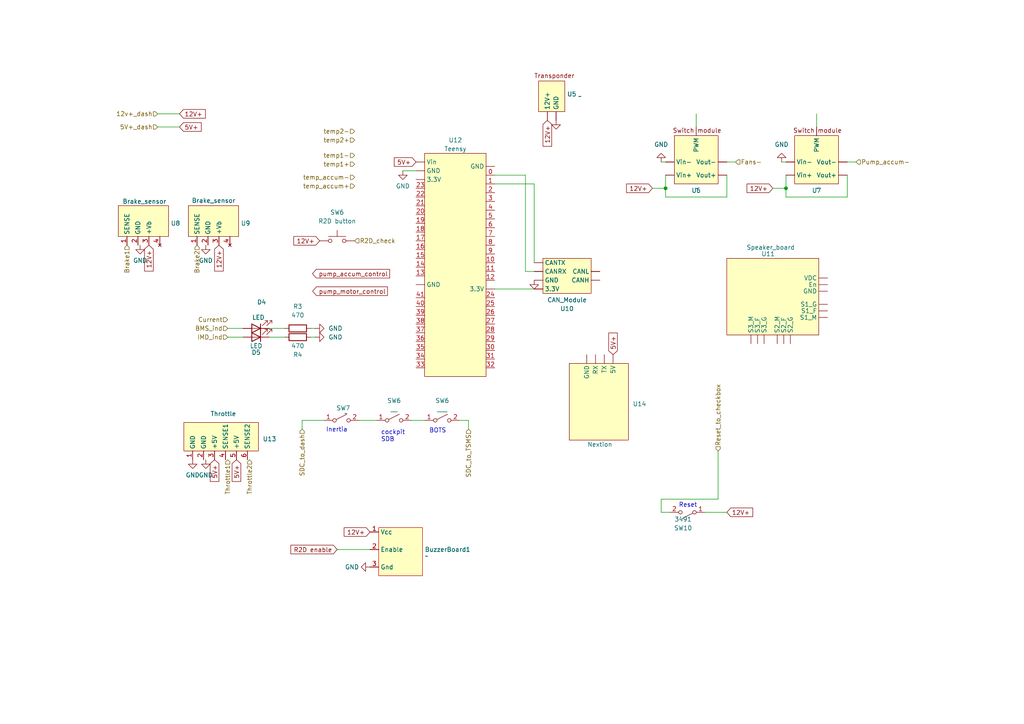
<source format=kicad_sch>
(kicad_sch (version 20231120) (generator "eeschema") (generator_version "8.0")
  (paper "A4")
  (lib_symbols
    (symbol "Device:LED" (pin_numbers hide) (pin_names (offset 1.016) hide)
      (property "Reference" "D" (at 0 2.54 0))
      (property "Value" "LED" (at 0 -2.54 0))
      (symbol "LED_0_1"
        (polyline (pts (xy -1.27 -1.27) (xy -1.27 1.27)) (stroke (width 0.254)))
        (polyline (pts (xy -1.27 0) (xy 1.27 0)))
        (polyline (pts (xy 1.27 -1.27) (xy 1.27 1.27) (xy -1.27 0) (xy 1.27 -1.27)) (stroke (width 0.254)))
        (polyline (pts (xy -3.048 -0.762) (xy -4.572 -2.286) (xy -3.81 -2.286) (xy -4.572 -2.286) (xy -4.572 -1.524)))
        (polyline (pts (xy -1.778 -0.762) (xy -3.302 -2.286) (xy -2.54 -2.286) (xy -3.302 -2.286) (xy -3.302 -1.524)))
      )
      (symbol "LED_1_1"
        (pin passive line (at -3.81 0 0) (length 2.54) (name "K") (number "1"))
        (pin passive line (at 3.81 0 180) (length 2.54) (name "A") (number "2"))
      )
    )
    (symbol "Device:R" (pin_numbers hide) (pin_names (offset 0))
      (property "Reference" "R" (at 2.032 0 90))
      (property "Value" "R" (at 0 0 90))
      (symbol "R_0_1"
        (rectangle (start -1.016 -2.54) (end 1.016 2.54) (stroke (width 0.254)))
      )
      (symbol "R_1_1"
        (pin passive line (at 0 3.81 270) (length 1.27) (name "~") (number "1"))
        (pin passive line (at 0 -3.81 90) (length 1.27) (name "~") (number "2"))
      )
    )
    (symbol "FSAE:CAN_Module"
      (property "Reference" "U" (at 0 0 0))
      (property "Value" "CAN_Module" (at 0 -2.54 0))
      (symbol "CAN_Module_0_1"
        (rectangle (start -6.35 11.43) (end 7.62 1.27) (fill (type background)))
      )
      (symbol "CAN_Module_1_1"
        (pin power_in line (at -8.89 10.16 0) (length 2.54) (name "3.3V") (number ""))
        (pin bidirectional line (at 10.16 7.62 180) (length 2.54) (name "CANH") (number ""))
        (pin bidirectional line (at 10.16 5.08 180) (length 2.54) (name "CANL") (number ""))
        (pin bidirectional line (at -8.89 5.08 0) (length 2.54) (name "CANRX") (number ""))
        (pin bidirectional line (at -8.89 2.54 0) (length 2.54) (name "CANTX") (number ""))
        (pin bidirectional line (at -8.89 7.62 0) (length 2.54) (name "GND") (number ""))
      )
    )
    (symbol "FSAE:Nextion"
      (property "Reference" "U" (at 0 0 0))
      (symbol "Nextion_0_1"
        (rectangle (start -8.89 23.495) (end 8.255 1.27) (fill (type background)))
      )
      (symbol "Nextion_1_1"
        (pin input line (at 3.81 26.035 270) (length 2.54) (name "5V") (number ""))
        (pin bidirectional line (at -3.81 26.035 270) (length 2.54) (name "GND") (number ""))
        (pin input line (at -1.27 26.035 270) (length 2.54) (name "RX") (number ""))
        (pin output line (at 1.27 26.035 270) (length 2.54) (name "TX") (number ""))
      )
    )
    (symbol "FSAE:Teensy"
      (property "Reference" "U" (at 0 -8.89 0))
      (property "Value" "Teensy" (at 0 -10.16 0))
      (symbol "Teensy_0_1"
        (rectangle (start -8.89 57.15) (end 8.89 -7.62) (fill (type background)))
      )
      (symbol "Teensy_1_1"
        (pin power_out line (at -11.43 17.78 0) (length 2.54) (name "3.3V") (number ""))
        (pin power_out line (at 11.43 49.53 180) (length 2.54) (name "3.3V") (number ""))
        (pin bidirectional line (at -11.43 53.34 0) (length 2.54) (name "GND") (number ""))
        (pin bidirectional line (at 11.43 19.05 180) (length 2.54) (name "GND") (number ""))
        (pin bidirectional line (at 11.43 52.07 180) (length 2.54) (name "GND") (number ""))
        (pin power_in line (at 11.43 54.61 180) (length 2.54) (name "Vin") (number ""))
        (pin bidirectional line (at -11.43 50.8 0) (length 2.54) (name "") (number "0"))
        (pin bidirectional line (at -11.43 48.26 0) (length 2.54) (name "") (number "1"))
        (pin bidirectional line (at -11.43 25.4 0) (length 2.54) (name "") (number "10"))
        (pin bidirectional line (at -11.43 22.86 0) (length 2.54) (name "") (number "11"))
        (pin bidirectional line (at -11.43 20.32 0) (length 2.54) (name "") (number "12"))
        (pin bidirectional line (at 11.43 21.59 180) (length 2.54) (name "") (number "13"))
        (pin bidirectional line (at 11.43 24.13 180) (length 2.54) (name "") (number "14"))
        (pin bidirectional line (at 11.43 26.67 180) (length 2.54) (name "") (number "15"))
        (pin bidirectional line (at 11.43 29.21 180) (length 2.54) (name "") (number "16"))
        (pin bidirectional line (at 11.43 31.75 180) (length 2.54) (name "") (number "17"))
        (pin bidirectional line (at 11.43 34.29 180) (length 2.54) (name "") (number "18"))
        (pin bidirectional line (at 11.43 36.83 180) (length 2.54) (name "") (number "19"))
        (pin bidirectional line (at -11.43 45.72 0) (length 2.54) (name "") (number "2"))
        (pin bidirectional line (at 11.43 39.37 180) (length 2.54) (name "") (number "20"))
        (pin bidirectional line (at 11.43 41.91 180) (length 2.54) (name "") (number "21"))
        (pin bidirectional line (at 11.43 44.45 180) (length 2.54) (name "") (number "22"))
        (pin bidirectional line (at 11.43 46.99 180) (length 2.54) (name "") (number "23"))
        (pin bidirectional line (at -11.43 15.24 0) (length 2.54) (name "") (number "24"))
        (pin bidirectional line (at -11.43 12.7 0) (length 2.54) (name "") (number "25"))
        (pin bidirectional line (at -11.43 10.16 0) (length 2.54) (name "") (number "26"))
        (pin bidirectional line (at -11.43 7.62 0) (length 2.54) (name "") (number "27"))
        (pin bidirectional line (at -11.43 5.08 0) (length 2.54) (name "") (number "28"))
        (pin bidirectional line (at -11.43 2.54 0) (length 2.54) (name "") (number "29"))
        (pin bidirectional line (at -11.43 43.18 0) (length 2.54) (name "") (number "3"))
        (pin bidirectional line (at -11.43 0 0) (length 2.54) (name "") (number "30"))
        (pin bidirectional line (at -11.43 -2.54 0) (length 2.54) (name "") (number "31"))
        (pin bidirectional line (at -11.43 -5.08 0) (length 2.54) (name "") (number "32"))
        (pin bidirectional line (at 11.43 -5.08 180) (length 2.54) (name "") (number "33"))
        (pin bidirectional line (at 11.43 -2.54 180) (length 2.54) (name "") (number "34"))
        (pin bidirectional line (at 11.43 0 180) (length 2.54) (name "") (number "35"))
        (pin bidirectional line (at 11.43 2.54 180) (length 2.54) (name "") (number "36"))
        (pin bidirectional line (at 11.43 5.08 180) (length 2.54) (name "") (number "37"))
        (pin bidirectional line (at 11.43 7.62 180) (length 2.54) (name "") (number "38"))
        (pin bidirectional line (at 11.43 10.16 180) (length 2.54) (name "") (number "39"))
        (pin bidirectional line (at -11.43 40.64 0) (length 2.54) (name "") (number "4"))
        (pin bidirectional line (at 11.43 12.7 180) (length 2.54) (name "") (number "40"))
        (pin bidirectional line (at 11.43 15.24 180) (length 2.54) (name "") (number "41"))
        (pin bidirectional line (at -11.43 38.1 0) (length 2.54) (name "") (number "5"))
        (pin bidirectional line (at -11.43 35.56 0) (length 2.54) (name "") (number "6"))
        (pin bidirectional line (at -11.43 33.02 0) (length 2.54) (name "") (number "7"))
        (pin bidirectional line (at -11.43 30.48 0) (length 2.54) (name "") (number "8"))
        (pin bidirectional line (at -11.43 27.94 0) (length 2.54) (name "") (number "9"))
      )
    )
    (symbol "FSAE:Transponder"
      (property "Reference" "U" (at 0 0 0))
      (symbol "Transponder_1_1"
        (rectangle (start -2.54 10.16) (end 5.08 1.27) (fill (type background)))
        (text "Transponder" (at 2.032 11.684 0) (effects (font (size 1.27 1.27))))
        (pin input line (at 0 -1.27 90) (length 2.54) (name "12V+") (number ""))
        (pin input line (at 2.54 -1.27 90) (length 2.54) (name "GND") (number ""))
      )
    )
    (symbol "FSAE:brake_pressure"
      (property "Reference" "U17" (at -1.27 5.715 0))
      (property "Value" "~" (at 0 0 0))
      (symbol "brake_pressure_0_1"
        (rectangle (start -16.51 10.795) (end -1.905 1.905) (fill (type background)))
      )
      (symbol "brake_pressure_1_1"
        (pin input line (at -13.97 -0.635 90) (length 2.54) (name "SENSE") (number "1"))
        (pin input line (at -10.795 -0.635 90) (length 2.54) (name "GND") (number "2"))
        (pin input line (at -7.62 -0.635 90) (length 2.54) (name "+Vb") (number "3"))
        (pin no_connect line (at -4.445 -0.635 90) (length 2.54) (name "") (number "4"))
      )
    )
    (symbol "FSAE:speaker_board"
      (property "Reference" "U15" (at -5.08 -3.4925 90))
      (property "Value" "~" (at 0 0 0))
      (symbol "speaker_board_0_1"
        (rectangle (start -13.97 33.02) (end 8.255 6.35) (fill (type background)))
      )
      (symbol "speaker_board_1_1"
        (pin input line (at -6.35 35.56 270) (length 2.54) (name "En") (number ""))
        (pin input line (at -4.445 35.56 270) (length 2.54) (name "GND") (number ""))
        (pin input line (at 1.27 35.56 270) (length 2.54) (name "S1_F") (number ""))
        (pin input line (at -0.635 35.56 270) (length 2.54) (name "S1_G") (number ""))
        (pin input line (at 3.175 35.56 270) (length 2.54) (name "S1_M") (number ""))
        (pin input line (at 10.795 22.86 180) (length 2.54) (name "S2_F") (number ""))
        (pin input line (at 10.795 24.765 180) (length 2.54) (name "S2_G") (number ""))
        (pin input line (at 10.795 20.955 180) (length 2.54) (name "S2_M") (number ""))
        (pin input line (at 10.795 15.24 180) (length 2.54) (name "S3_F") (number ""))
        (pin input line (at 10.795 17.145 180) (length 2.54) (name "S3_G") (number ""))
        (pin input line (at 10.795 13.335 180) (length 2.54) (name "S3_M") (number ""))
        (pin input line (at -8.255 35.56 270) (length 2.54) (name "VDC") (number ""))
      )
    )
    (symbol "FSAE:switch_moduel"
      (property "Reference" "U" (at 0 0 0))
      (symbol "switch_moduel_1_1"
        (rectangle (start -6.35 19.05) (end 6.35 5.08) (fill (type background)))
        (text "Switch module\n" (at 0.254 3.556 0) (effects (font (size 1.27 1.27))))
        (pin input line (at 0 2.54 90) (length 2.54) (name "PWM") (number ""))
        (pin input line (at -8.89 16.51 0) (length 2.54) (name "Vin+") (number ""))
        (pin input line (at -8.89 12.7 0) (length 2.54) (name "Vin-") (number ""))
        (pin input line (at 8.89 16.51 180) (length 2.54) (name "Vout+") (number ""))
        (pin input line (at 8.89 12.7 180) (length 2.54) (name "Vout-") (number ""))
      )
    )
    (symbol "FSAE:throttle"
      (property "Reference" "U" (at 0 0 0))
      (symbol "throttle_0_1"
        (rectangle (start -11.43 -2.54) (end 10.16 -10.795) (fill (type background)))
      )
      (symbol "throttle_1_1"
        (pin input line (at -8.89 -13.335 90) (length 2.54) (name "GND") (number "1"))
        (pin input line (at -5.715 -13.335 90) (length 2.54) (name "GND") (number "2"))
        (pin input line (at -2.54 -13.335 90) (length 2.54) (name "+5V") (number "3"))
        (pin input line (at 0.635 -13.335 90) (length 2.54) (name "SENSE1") (number "4"))
        (pin input line (at 3.81 -13.335 90) (length 2.54) (name "+5V") (number "5"))
        (pin input line (at 6.985 -13.335 90) (length 2.54) (name "SENSE2") (number "6"))
      )
    )
    (symbol "GND_1" (power) (pin_numbers hide) (pin_names (offset 0) hide)
      (property "Value" "GND" (at 0 -3.81 0))
      (symbol "GND_1_0_1"
        (polyline (pts (xy 0 0) (xy 0 -1.27) (xy 1.27 -1.27) (xy 0 -2.54) (xy -1.27 -1.27) (xy 0 -1.27)))
      )
      (symbol "GND_1_1_1"
        (pin power_in line (at 0 0 270) (length 0) (name "~") (number "1"))
      )
    )
    (symbol "New_Library:speaker_board"
      (property "Reference" "SpeakerBoard1" (at 6.985 -7.6199 0))
      (property "Value" "~" (at 6.985 -9.525 0))
      (symbol "speaker_board_0_1"
        (rectangle (start -6.35 -1.27) (end 6.35 -15.24) (stroke (width 0) (color 194 0 0 1)) (fill (type background)))
      )
      (symbol "speaker_board_1_1"
        (pin input line (at -8.89 -2.54 0) (length 2.54) (name "Vcc") (number "1"))
        (pin input line (at -8.89 -7.62 0) (length 2.54) (name "Enable") (number "2"))
        (pin input line (at -8.89 -12.7 0) (length 2.54) (name "Gnd") (number "3"))
      )
    )
    (symbol "Switch:SW_Push" (pin_numbers hide) (pin_names (offset 1.016) hide)
      (property "Reference" "SW" (at 1.27 2.54 0))
      (property "Value" "SW_Push" (at 0 -1.524 0))
      (symbol "SW_Push_0_1"
        (circle (center -2.032 0) (radius 0.508))
        (polyline (pts (xy 0 1.27) (xy 0 3.048)))
        (polyline (pts (xy 2.54 1.27) (xy -2.54 1.27)))
        (circle (center 2.032 0) (radius 0.508))
        (pin passive line (at -5.08 0 0) (length 2.54) (name "1") (number "1"))
        (pin passive line (at 5.08 0 180) (length 2.54) (name "2") (number "2"))
      )
    )
    (symbol "Switch:SW_SPST" (pin_names (offset 0) hide)
      (property "Reference" "SW" (at 0 3.175 0))
      (property "Value" "SW_SPST" (at 0 -2.54 0))
      (symbol "SW_SPST_0_0"
        (circle (center -2.032 0) (radius 0.508))
        (polyline (pts (xy -1.524 0.254) (xy 1.524 1.778)))
        (circle (center 2.032 0) (radius 0.508))
      )
      (symbol "SW_SPST_1_1"
        (pin passive line (at -5.08 0 0) (length 2.54) (name "A") (number "1"))
        (pin passive line (at 5.08 0 180) (length 2.54) (name "B") (number "2"))
      )
    )
    (symbol "power:GND" (power) (pin_names (offset 0))
      (property "Value" "GND" (at 0 -3.81 0))
      (symbol "GND_0_1"
        (polyline (pts (xy 0 0) (xy 0 -1.27) (xy 1.27 -1.27) (xy 0 -2.54) (xy -1.27 -1.27) (xy 0 -1.27)))
      )
      (symbol "GND_1_1"
        (pin power_in line (at 0 0 270) (length 0) hide (name "GND") (number "1"))
      )
    )
  )
  (junction (at 193.04 54.61))
  (junction (at 227.965 54.61))
  (wire (pts (xy 66.04 95.25) (xy 70.485 95.25)))
  (wire (pts (xy 193.04 54.61) (xy 193.04 50.8)))
  (wire (pts (xy 87.63 121.92) (xy 87.63 124.46)))
  (wire (pts (xy 236.855 36.83) (xy 236.855 33.02)))
  (wire (pts (xy 123.19 121.92) (xy 119.38 121.92)))
  (wire (pts (xy 152.4 50.8) (xy 152.4 78.74)))
  (wire (pts (xy 116.84 49.53) (xy 120.65 49.53)))
  (wire (pts (xy 143.51 83.82) (xy 154.94 83.82)))
  (wire (pts (xy 191.77 148.59) (xy 194.31 148.59)))
  (wire (pts (xy 227.965 46.99) (xy 226.695 46.99)))
  (wire (pts (xy 201.93 36.83) (xy 201.93 33.02)))
  (wire (pts (xy 245.745 50.8) (xy 245.745 57.15)))
  (wire (pts (xy 193.04 57.15) (xy 193.04 54.61)))
  (wire (pts (xy 93.98 121.92) (xy 87.63 121.92)))
  (wire (pts (xy 109.22 121.92) (xy 104.14 121.92)))
  (wire (pts (xy 208.28 144.78) (xy 191.77 144.78)))
  (wire (pts (xy 245.745 46.99) (xy 248.285 46.99)))
  (wire (pts (xy 91.44 97.79) (xy 90.17 97.79)))
  (wire (pts (xy 82.55 95.25) (xy 78.105 95.25)))
  (wire (pts (xy 97.79 159.385) (xy 107.315 159.385)))
  (wire (pts (xy 193.04 46.99) (xy 191.77 46.99)))
  (wire (pts (xy 210.82 50.8) (xy 210.82 57.15)))
  (wire (pts (xy 208.28 144.78) (xy 208.28 130.81)))
  (wire (pts (xy 224.155 54.61) (xy 227.965 54.61)))
  (wire (pts (xy 227.965 57.15) (xy 227.965 54.61)))
  (wire (pts (xy 135.89 121.92) (xy 133.35 121.92)))
  (wire (pts (xy 82.55 97.79) (xy 78.105 97.79)))
  (wire (pts (xy 210.82 57.15) (xy 193.04 57.15)))
  (wire (pts (xy 45.72 33.02) (xy 52.07 33.02)))
  (wire (pts (xy 45.72 36.83) (xy 52.07 36.83)))
  (wire (pts (xy 143.51 53.34) (xy 154.94 53.34)))
  (wire (pts (xy 191.77 144.78) (xy 191.77 148.59)))
  (wire (pts (xy 189.23 54.61) (xy 193.04 54.61)))
  (wire (pts (xy 66.04 97.79) (xy 70.485 97.79)))
  (wire (pts (xy 135.89 124.46) (xy 135.89 121.92)))
  (wire (pts (xy 210.82 46.99) (xy 213.36 46.99)))
  (wire (pts (xy 227.965 54.61) (xy 227.965 50.8)))
  (wire (pts (xy 204.47 148.59) (xy 210.82 148.59)))
  (wire (pts (xy 245.745 57.15) (xy 227.965 57.15)))
  (wire (pts (xy 152.4 78.74) (xy 154.94 78.74)))
  (wire (pts (xy 154.94 76.2) (xy 154.94 53.34)))
  (wire (pts (xy 143.51 50.8) (xy 152.4 50.8)))
  (wire (pts (xy 91.44 95.25) (xy 90.17 95.25)))
  (text "Inertia" (at 100.838 125.476 0) (effects (font (size 1.27 1.27)) (justify right bottom)))
  (text "BOTS\n" (at 124.46 125.73 0) (effects (font (size 1.27 1.27)) (justify left bottom)))
  (text "cockpit\nSDB\n" (at 110.49 128.27 0) (effects (font (size 1.27 1.27)) (justify left bottom)))
  (text "Reset" (at 196.85 147.32 0) (effects (font (size 1.27 1.27)) (justify left bottom)))
  (global_label "12V+" (shape input) (at 224.155 54.61 180) (property "Intersheetrefs" "${INTERSHEET_REFS}" (effects (hide yes))))
  (global_label "12V+" (shape input) (at 43.18 71.12 270) (property "Intersheetrefs" "${INTERSHEET_REFS}" (effects (hide yes))))
  (global_label "12V+" (shape input) (at 210.82 148.59 0) (property "Intersheetrefs" "${INTERSHEET_REFS}" (effects (hide yes))))
  (global_label "12V+" (shape input) (at 92.71 69.85 180) (property "Intersheetrefs" "${INTERSHEET_REFS}" (effects (hide yes))))
  (global_label "12V+" (shape input) (at 107.315 154.305 180) (property "Intersheetrefs" "${INTERSHEET_REFS}" (effects (hide yes))))
  (global_label "12V+" (shape input) (at 158.75 34.925 270) (property "Intersheetrefs" "${INTERSHEET_REFS}" (effects (hide yes))))
  (global_label "12V+" (shape input) (at 63.5 71.12 270) (property "Intersheetrefs" "${INTERSHEET_REFS}" (effects (hide yes))))
  (global_label "12V+" (shape input) (at 189.23 54.61 180) (property "Intersheetrefs" "${INTERSHEET_REFS}" (effects (hide yes))))
  (global_label "5V+" (shape input) (at 68.58 133.35 270) (property "Intersheetrefs" "${INTERSHEET_REFS}" (effects (hide yes))))
  (global_label "5V+" (shape input) (at 52.07 36.83 0) (property "Intersheetrefs" "${INTERSHEET_REFS}" (effects (hide yes))))
  (global_label "12V+" (shape input) (at 52.07 33.02 0) (property "Intersheetrefs" "${INTERSHEET_REFS}" (effects (hide yes))))
  (global_label "5V+" (shape input) (at 120.65 46.99 180) (property "Intersheetrefs" "${INTERSHEET_REFS}" (effects (hide yes))))
  (global_label "5V+" (shape input) (at 62.23 133.35 270) (property "Intersheetrefs" "${INTERSHEET_REFS}" (effects (hide yes))))
  (global_label "pump_motor_control" (shape output) (at 112.395 84.455 180) (property "Intersheetrefs" "${INTERSHEET_REFS}" (effects (hide yes))))
  (global_label "pump_accum_control" (shape output) (at 113.03 79.375 180) (property "Intersheetrefs" "${INTERSHEET_REFS}" (effects (hide yes))))
  (global_label "5V+" (shape input) (at 177.8 102.87 90) (property "Intersheetrefs" "${INTERSHEET_REFS}" (effects (hide yes))))
  (global_label "R2D enable" (shape input) (at 97.79 159.385 180) (property "Intersheetrefs" "${INTERSHEET_REFS}" (effects (hide yes))))
  (hierarchical_label "SDC_to_dash" (shape input) (at 87.63 124.46 270))
  (hierarchical_label "Current" (shape input) (at 66.04 92.71 180))
  (hierarchical_label "temp2+" (shape input) (at 102.87 40.64 180))
  (hierarchical_label "Pump_accum-" (shape input) (at 248.285 46.99 0))
  (hierarchical_label "12v+_dash" (shape input) (at 45.72 33.02 180))
  (hierarchical_label "temp1+" (shape input) (at 102.87 47.625 180))
  (hierarchical_label "Reset_to_checkbox" (shape input) (at 208.28 130.81 90))
  (hierarchical_label "5V+_dash" (shape input) (at 45.72 36.83 180))
  (hierarchical_label "Brake1" (shape input) (at 36.83 71.12 270))
  (hierarchical_label "temp1-" (shape input) (at 102.87 45.085 180))
  (hierarchical_label "R2D_check" (shape input) (at 102.87 69.85 0))
  (hierarchical_label "temp2-" (shape input) (at 102.87 38.1 180))
  (hierarchical_label "Throttle2" (shape input) (at 72.39 133.35 270))
  (hierarchical_label "Brake2" (shape input) (at 57.15 71.12 270))
  (hierarchical_label "IMD_ind" (shape input) (at 66.04 97.79 180))
  (hierarchical_label "temp_accum-" (shape input) (at 102.87 51.435 180))
  (hierarchical_label "Throttle1" (shape input) (at 66.04 133.35 270))
  (hierarchical_label "temp_accum+" (shape input) (at 102.87 53.975 180))
  (hierarchical_label "SDC_to_TSMS" (shape input) (at 135.89 124.46 270))
  (hierarchical_label "BMS_ind" (shape input) (at 66.04 95.25 180))
  (hierarchical_label "Fans-" (shape input) (at 213.36 46.99 0))
  (symbol (lib_name "GND_1") (lib_id "power:GND") (at 91.44 95.25 90) (unit 1)
    (property "Reference" "#PWR014" (effects (hide yes)))
    (property "Value" "GND" (at 95.25 95.2499 90) (effects (justify right)))
    (property "Description" "Power symbol creates a global label with name \"GND\" , ground" (effects (hide yes)))
  )
  (symbol (lib_id "power:GND") (at 55.88 133.35 0) (unit 1)
    (property "Reference" "#PWR016" (effects (hide yes)))
    (property "Value" "GND" (at 55.88 137.795 0))
  )
  (symbol (lib_id "power:GND") (at 161.29 34.925 0) (unit 1)
    (property "Reference" "#PWR07" (effects (hide yes)))
    (property "Value" "GND" (effects (hide yes)))
  )
  (symbol (lib_id "Switch:SW_SPST") (at 114.3 121.92 0) (unit 1)
    (property "Reference" "SW6" (at 114.3 116.205 0))
    (property "Value" "__" (at 114.3 118.745 0))
    (instances (project "Electrical_system" (path "" (reference "SW6") (unit 1)) (path "" (reference "SW5") (unit 1))) (project "Accumulator_t_2" (path "" (reference "SW10") (unit 1))) (project "checkbox" (path "" (reference "SW5") (unit 1))) (project "checkbox" (path "" (reference "SW6") (unit 1))) (project "Electrical_system_rev2" (path "" (reference "SW8") (unit 1))) (project "SDC_Schematic" (path "" (reference "SW8") (unit 1))))
  )
  (symbol (lib_id "Device:R") (at 86.36 97.79 90) (unit 1)
    (property "Reference" "R4" (at 86.36 102.87 90))
    (property "Value" "470" (at 86.36 100.33 90))
    (property "Description" "Resistor" (effects (hide yes)))
  )
  (symbol (lib_id "Switch:SW_Push") (at 97.79 69.85 0) (unit 1)
    (property "Reference" "SW6" (at 97.79 61.595 0))
    (property "Value" "R2D button" (at 97.79 64.135 0))
    (property "Description" "Push button switch, generic, two pins" (effects (hide yes)))
  )
  (symbol (lib_id "power:GND") (at 154.94 81.28 0) (unit 1)
    (property "Reference" "#PWR013" (effects (hide yes)))
    (property "Value" "GND" (effects (hide yes)))
  )
  (symbol (lib_id "Switch:SW_SPST") (at 99.06 121.92 0) (unit 1)
    (property "Reference" "SW7" (at 99.568 118.364 0))
    (property "Value" "~" (at 100.33 119.888 0))
  )
  (symbol (lib_id "power:GND") (at 40.64 71.12 0) (unit 1)
    (property "Reference" "#PWR011" (effects (hide yes)))
    (property "Value" "GND" (at 40.64 75.565 0))
  )
  (symbol (lib_id "Switch:SW_SPST") (at 128.27 121.92 0) (unit 1)
    (property "Reference" "SW6" (at 128.27 116.205 0))
    (property "Value" "___" (at 128.27 118.745 0))
    (instances (project "Electrical_system" (path "" (reference "SW6") (unit 1)) (path "" (reference "SW5") (unit 1))) (project "Accumulator_t_2" (path "" (reference "SW10") (unit 1))) (project "checkbox" (path "" (reference "SW5") (unit 1))) (project "checkbox" (path "" (reference "SW6") (unit 1))) (project "Electrical_system_rev2" (path "" (reference "SW9") (unit 1))) (project "SDC_Schematic" (path "" (reference "SW8") (unit 1))))
  )
  (symbol (lib_id "FSAE:brake_pressure") (at 71.12 70.485 0) (unit 1)
    (property "Reference" "U9" (at 69.85 64.77 0) (effects (justify left)))
    (property "Value" "Brake_sensor" (at 61.976 58.166 0))
  )
  (symbol (lib_id "FSAE:Nextion") (at 173.99 128.905 0) (unit 1)
    (property "Reference" "U14" (at 183.515 117.1575 0) (effects (justify left)))
    (property "Value" "Nextion" (at 173.99 128.905 0))
  )
  (symbol (lib_id "FSAE:speaker_board") (at 204.47 88.9 270) (unit 1)
    (property "Reference" "U11" (at 224.79 73.66 90) (effects (justify right)))
    (property "Value" "Speaker_board" (at 223.52 71.755 90))
  )
  (symbol (lib_id "Device:LED") (at 74.295 97.79 180) (unit 1)
    (property "Reference" "D5" (at 74.295 102.235 0))
    (property "Value" "LED" (at 74.295 100.33 0))
    (property "Description" "Light emitting diode" (effects (hide yes)))
  )
  (symbol (lib_id "power:GND") (at 226.695 46.99 180) (unit 1)
    (property "Reference" "#PWR09" (effects (hide yes)))
    (property "Value" "GND" (at 226.695 41.91 0))
    (property "Description" "Power symbol creates a global label with name \"GND\" , ground" (effects (hide yes)))
  )
  (symbol (lib_id "power:GND") (at 59.69 71.12 0) (unit 1)
    (property "Reference" "#PWR012" (effects (hide yes)))
    (property "Value" "GND" (at 59.69 75.565 0))
  )
  (symbol (lib_id "FSAE:Teensy") (at 132.08 101.6 0) (mirror y) (unit 1)
    (property "Reference" "U12" (at 132.08 40.64 0))
    (property "Value" "Teensy" (at 132.08 43.18 0))
  )
  (symbol (lib_id "Switch:SW_SPST") (at 199.39 148.59 180) (unit 1)
    (property "Reference" "SW10" (at 198.12 153.162 0))
    (property "Value" "3491" (at 198.12 150.622 0))
  )
  (symbol (lib_id "Device:R") (at 86.36 95.25 90) (unit 1)
    (property "Reference" "R3" (at 86.36 88.9 90))
    (property "Value" "470" (at 86.36 91.44 90))
    (property "Description" "Resistor" (effects (hide yes)))
  )
  (symbol (lib_id "power:GND") (at 191.77 46.99 180) (unit 1)
    (property "Reference" "#PWR08" (effects (hide yes)))
    (property "Value" "GND" (at 191.77 41.91 0))
    (property "Description" "Power symbol creates a global label with name \"GND\" , ground" (effects (hide yes)))
  )
  (symbol (lib_id "FSAE:CAN_Module") (at 163.83 73.66 0) (mirror x) (unit 1)
    (property "Reference" "U10" (at 164.465 89.535 0))
    (property "Value" "CAN_Module" (at 164.465 86.995 0))
  )
  (symbol (lib_id "Device:LED") (at 74.295 95.25 180) (unit 1)
    (property "Reference" "D4" (at 75.8825 87.63 0))
    (property "Value" "LED" (at 74.93 92.075 0))
    (property "Description" "Light emitting diode" (effects (hide yes)))
  )
  (symbol (lib_id "FSAE:Transponder") (at 158.75 33.655 0) (unit 1)
    (property "Reference" "U5" (at 164.465 27.305 0) (effects (justify left)))
    (property "Value" "~" (at 167.64 27.9372 0) (effects (justify left)))
  )
  (symbol (lib_id "New_Library:speaker_board") (at 116.205 151.765 0) (unit 1)
    (property "Reference" "BuzzerBoard1" (at 123.19 159.3849 0) (effects (justify left)))
    (property "Value" "~" (at 123.19 161.29 0) (effects (justify left)))
  )
  (symbol (lib_id "FSAE:switch_moduel") (at 201.93 34.29 0) (mirror x) (unit 1)
    (property "Reference" "U6" (at 201.93 55.245 0))
    (property "Value" "~" (at 202.184 54.61 0))
  )
  (symbol (lib_id "FSAE:switch_moduel") (at 236.855 34.29 0) (mirror x) (unit 1)
    (property "Reference" "U7" (at 236.855 55.245 0))
    (property "Value" "~" (at 237.109 54.61 0))
  )
  (symbol (lib_id "power:GND") (at 59.69 133.35 0) (unit 1)
    (property "Reference" "#PWR017" (effects (hide yes)))
    (property "Value" "GND" (at 59.69 137.795 0))
  )
  (symbol (lib_id "power:GND") (at 107.315 164.465 270) (unit 1)
    (property "Reference" "#PWR018" (effects (hide yes)))
    (property "Value" "GND" (at 104.14 164.4649 90) (effects (justify right)))
  )
  (symbol (lib_name "GND_1") (lib_id "power:GND") (at 91.44 97.79 90) (unit 1)
    (property "Reference" "#PWR015" (effects (hide yes)))
    (property "Value" "GND" (at 95.25 97.7899 90) (effects (justify right)))
    (property "Description" "Power symbol creates a global label with name \"GND\" , ground" (effects (hide yes)))
  )
  (symbol (lib_id "power:GND") (at 116.84 49.53 0) (unit 1)
    (property "Reference" "#PWR010" (effects (hide yes)))
    (property "Value" "GND" (at 116.84 53.975 0))
  )
  (symbol (lib_id "FSAE:throttle") (at 64.77 120.015 0) (unit 1)
    (property "Reference" "U13" (at 76.2 127.3175 0) (effects (justify left)))
    (property "Value" "Throttle" (at 64.77 120.015 0))
  )
  (symbol (lib_id "FSAE:brake_pressure") (at 50.8 70.485 0) (unit 1)
    (property "Reference" "U8" (at 49.53 64.77 0) (effects (justify left)))
    (property "Value" "Brake_sensor" (at 41.91 58.42 0))
  )
)
</source>
